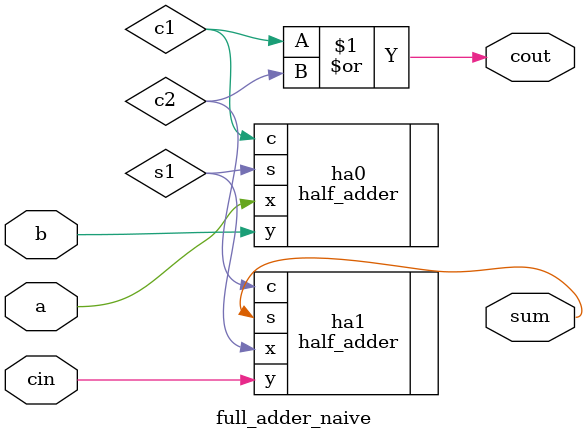
<source format=sv>
`timescale 1ns/1ps
module full_adder_naive(
    input a, b, cin,
    output sum, cout
);

wire s1, c1, c2;

// reuse your half_adder
half_adder ha0(.x(a), .y(b), .s(s1), .c(c1));
half_adder ha1(.x(s1), .y(cin), .s(sum), .c(c2));

assign cout = c1 | c2;
endmodule

</source>
